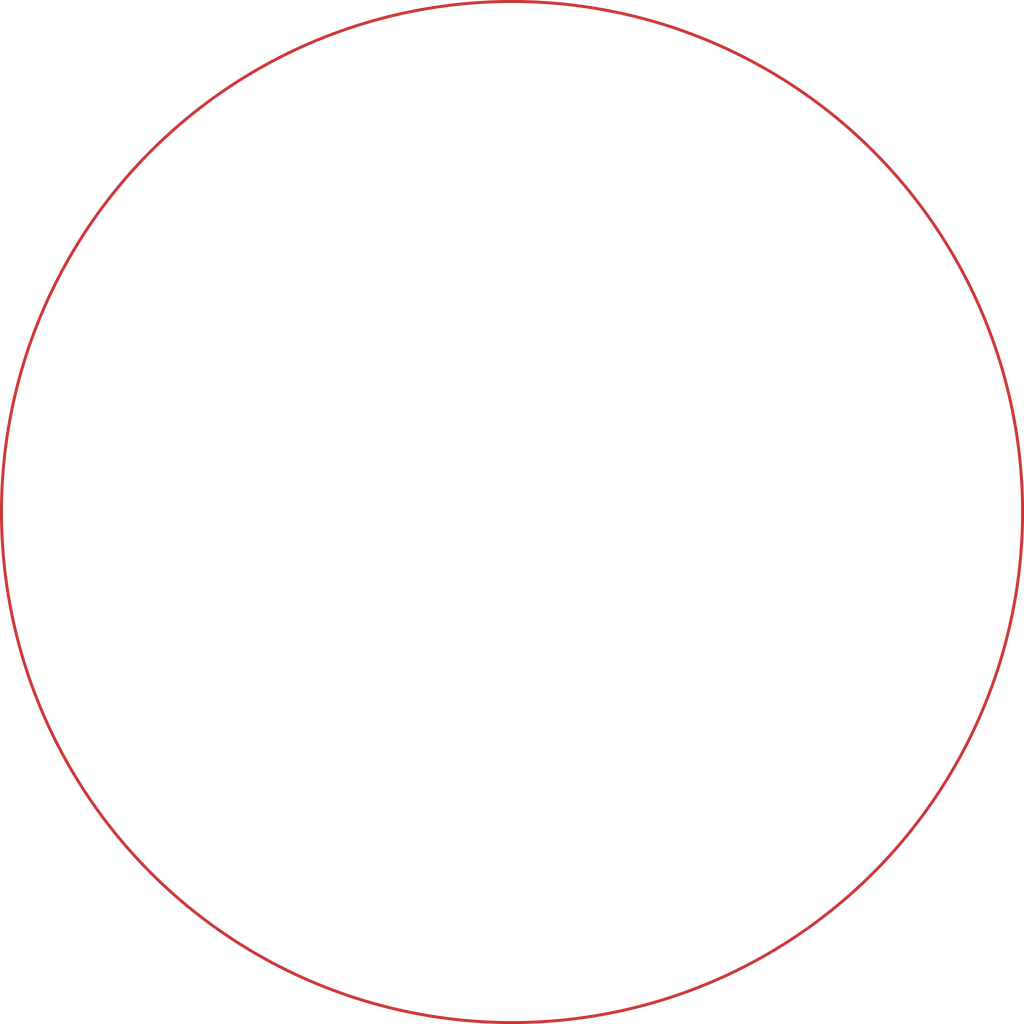
<source format=kicad_pcb>
(kicad_pcb (version 20221018) (generator pcbnew)

  (general
    (thickness 1.6)
  )

  (paper "A4")
  (layers
    (0 "F.Cu" signal)
    (31 "B.Cu" signal)
    (32 "B.Adhes" user "B.Adhesive")
    (33 "F.Adhes" user "F.Adhesive")
    (34 "B.Paste" user)
    (35 "F.Paste" user)
    (36 "B.SilkS" user "B.Silkscreen")
    (37 "F.SilkS" user "F.Silkscreen")
    (38 "B.Mask" user)
    (39 "F.Mask" user)
    (40 "Dwgs.User" user "User.Drawings")
    (41 "Cmts.User" user "User.Comments")
    (42 "Eco1.User" user "User.Eco1")
    (43 "Eco2.User" user "User.Eco2")
    (44 "Edge.Cuts" user)
    (45 "Margin" user)
    (46 "B.CrtYd" user "B.Courtyard")
    (47 "F.CrtYd" user "F.Courtyard")
    (48 "B.Fab" user)
    (49 "F.Fab" user)
    (50 "User.1" user)
    (51 "User.2" user)
    (52 "User.3" user)
    (53 "User.4" user)
    (54 "User.5" user)
    (55 "User.6" user)
    (56 "User.7" user)
    (57 "User.8" user)
    (58 "User.9" user)
  )

  (setup
    (pad_to_mask_clearance 0)
    (pcbplotparams
      (layerselection 0x00010fc_ffffffff)
      (plot_on_all_layers_selection 0x0000000_00000000)
      (disableapertmacros false)
      (usegerberextensions false)
      (usegerberattributes true)
      (usegerberadvancedattributes true)
      (creategerberjobfile true)
      (dashed_line_dash_ratio 12.000000)
      (dashed_line_gap_ratio 3.000000)
      (svgprecision 4)
      (plotframeref false)
      (viasonmask false)
      (mode 1)
      (useauxorigin false)
      (hpglpennumber 1)
      (hpglpenspeed 20)
      (hpglpendiameter 15.000000)
      (dxfpolygonmode true)
      (dxfimperialunits true)
      (dxfusepcbnewfont true)
      (psnegative false)
      (psa4output false)
      (plotreference true)
      (plotvalue true)
      (plotinvisibletext false)
      (sketchpadsonfab false)
      (subtractmaskfromsilk false)
      (outputformat 1)
      (mirror false)
      (drillshape 1)
      (scaleselection 1)
      (outputdirectory "")
    )
  )

  (net 0 "")

  (gr_circle (center 101.6 86.36) (end 81.28 58.42)
    (stroke (width 0.2) (type default)) (fill none) (layer "F.Cu") (tstamp 344a678d-aef0-4ae6-9a8a-3a32860b3688))

)

</source>
